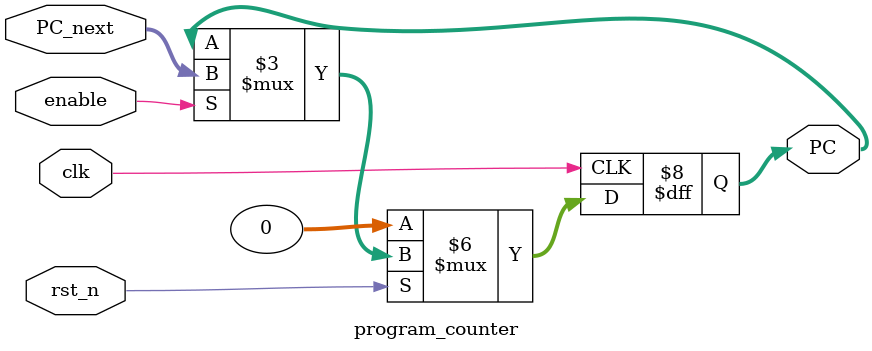
<source format=sv>
`timescale 1ns / 1ps


module program_counter(
    input logic clk,
    input logic rst_n,
    input logic enable, 
    input logic [31:0] PC_next,
    output logic [31:0] PC 
    );

    always_ff @(posedge clk) begin
        if(!rst_n)
            PC <= 32'h00000000;
        else if (enable) 
            PC <= PC_next;
    end

endmodule

</source>
